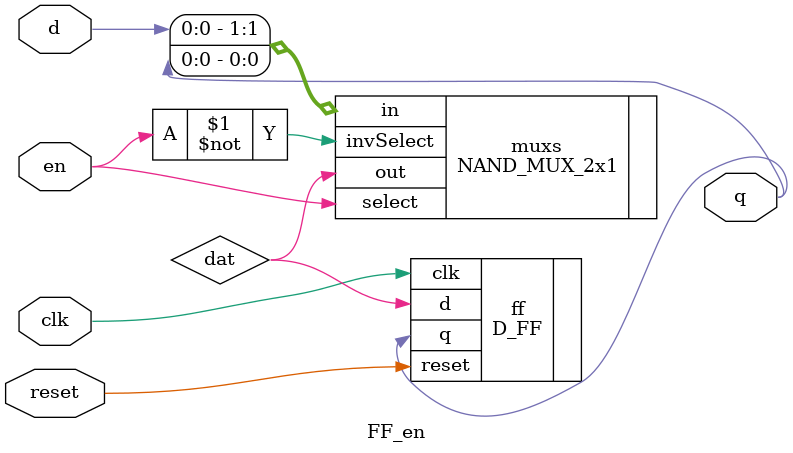
<source format=sv>
module FF_en(q, d, en, reset, clk);
	output q;
	input d, en, reset, clk;
	wire dat;
	D_FF ff(.q, .d(dat), .reset, .clk);
	NAND_MUX_2x1 muxs(.out(dat), .select(en), .invSelect(~en), .in({d, q}));
endmodule

</source>
